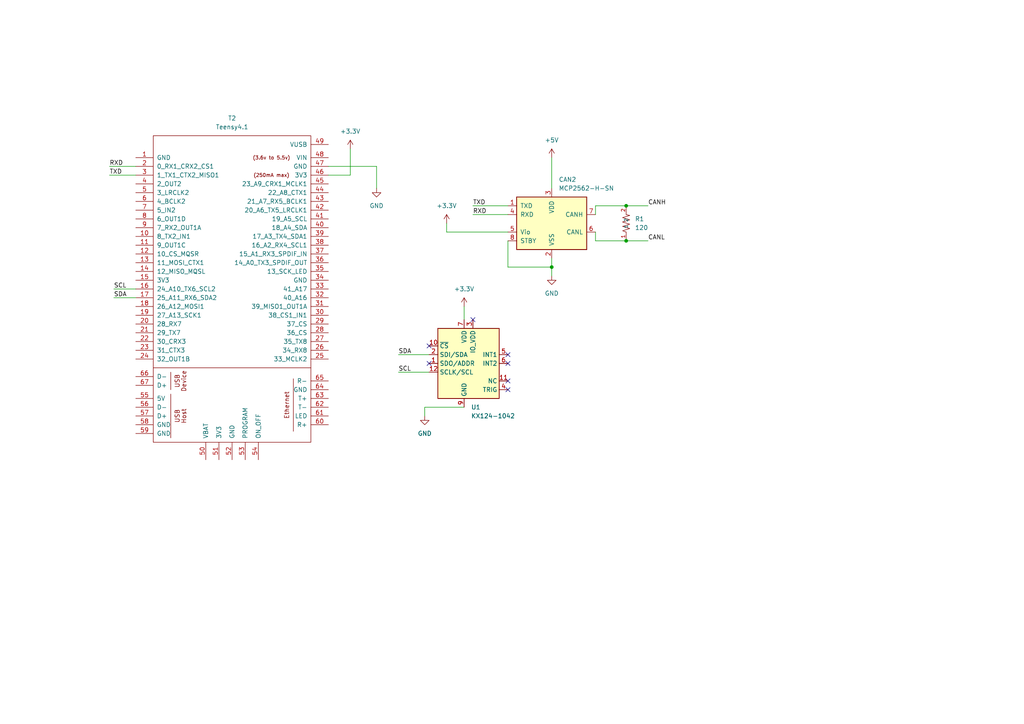
<source format=kicad_sch>
(kicad_sch (version 20211123) (generator eeschema)
  (paper "A4")
  (lib_symbols
    (symbol "Interface_CAN_LIN:MCP2562-H-SN" (pin_names (offset 1.016))
      (property "Reference" "U" (at -10.16 8.89 0))
      (property "Value" "MCP2562-H-SN" (at 2.54 8.89 0))
      (symbol "MCP2562-H-SN_0_1"
        (rectangle (start -10.16 7.62) (end 10.16 -7.62) (stroke (width 0.254)) (fill (type background)))
      )
      (symbol "MCP2562-H-SN_1_1"
        (pin input line (at -12.7 5.08 0) (length 2.54) (name "TXD") (number "1"))
        (pin power_in line (at 0 -10.16 90) (length 2.54) (name "VSS") (number "2"))
        (pin power_in line (at 0 10.16 270) (length 2.54) (name "VDD") (number "3"))
        (pin output line (at -12.7 2.54 0) (length 2.54) (name "RXD") (number "4"))
        (pin power_in line (at -12.7 -2.54 0) (length 2.54) (name "Vio") (number "5"))
        (pin bidirectional line (at 12.7 -2.54 180) (length 2.54) (name "CANL") (number "6"))
        (pin bidirectional line (at 12.7 2.54 180) (length 2.54) (name "CANH") (number "7"))
        (pin input line (at -12.7 -5.08 0) (length 2.54) (name "STBY") (number "8"))
      )
    )
    (symbol "Sensor_Motion:KX122-1042"
      (property "Reference" "U" (at -5.08 11.43 0))
      (property "Value" "KX122-1042" (at 3.81 11.43 0))
      (symbol "KX122-1042_0_1"
        (rectangle (start -7.62 10.16) (end 10.16 -10.16) (stroke (width 0.254)) (fill (type background)))
      )
      (symbol "KX122-1042_1_1"
        (pin bidirectional line (at -10.16 0 0) (length 2.54) (name "SDO/ADDR") (number "1"))
        (pin input line (at -10.16 5.08 0) (length 2.54) (name "~{CS}") (number "10"))
        (pin passive line (at 12.7 -5.08 180) (length 2.54) (name "NC") (number "11"))
        (pin input line (at -10.16 -2.54 0) (length 2.54) (name "SCLK/SCL") (number "12"))
        (pin bidirectional line (at -10.16 2.54 0) (length 2.54) (name "SDI/SDA") (number "2"))
        (pin power_in line (at 2.54 12.7 270) (length 2.54) (name "IO_VDD") (number "3"))
        (pin input line (at 12.7 -7.62 180) (length 2.54) (name "TRIG") (number "4"))
        (pin output line (at 12.7 2.54 180) (length 2.54) (name "INT1") (number "5"))
        (pin output line (at 12.7 0 180) (length 2.54) (name "INT2") (number "6"))
        (pin power_in line (at 0 12.7 270) (length 2.54) (name "VDD") (number "7"))
        (pin power_in line (at 0 -12.7 90) (length 2.54) (name "GND") (number "9"))
      )
    )
    (symbol "SparkFun:RESISTOR0805-RES" (pin_names (offset 1.016))
      (property "Reference" "R" (at -3.81 2.54 0))
      (property "Value" "RESISTOR0805-RES" (at -3.81 -3.302 0))
      (symbol "RESISTOR0805-RES_1_0"
        (polyline (pts (xy -2.54 0) (xy -2.159 1.016)))
        (polyline (pts (xy -2.159 1.016) (xy -1.524 -1.016)))
        (polyline (pts (xy -1.524 -1.016) (xy -0.889 1.016)))
        (polyline (pts (xy -0.889 1.016) (xy -0.254 -1.016)))
        (polyline (pts (xy -0.254 -1.016) (xy 0.381 1.016)))
        (polyline (pts (xy 0.381 1.016) (xy 1.016 -1.016)))
        (polyline (pts (xy 1.016 -1.016) (xy 1.651 1.016)))
        (polyline (pts (xy 1.651 1.016) (xy 2.286 -1.016)))
        (polyline (pts (xy 2.286 -1.016) (xy 2.54 0)))
      )
      (symbol "RESISTOR0805-RES_1_1"
        (pin passive line (at -5.08 0 0) (length 2.54) (name "1") (number "1"))
        (pin passive line (at 5.08 0 180) (length 2.54) (name "2") (number "2"))
      )
    )
    (symbol "power:+3.3V" (power) (pin_names (offset 0))
      (property "Value" "+3.3V" (at 0 3.556 0))
      (symbol "+3.3V_0_1"
        (polyline (pts (xy -0.762 1.27) (xy 0 2.54)))
        (polyline (pts (xy 0 0) (xy 0 2.54)))
        (polyline (pts (xy 0 2.54) (xy 0.762 1.27)))
      )
      (symbol "+3.3V_1_1"
        (pin power_in line (at 0 0 90) (length 0) hide (name "+3.3V") (number "1"))
      )
    )
    (symbol "power:+5V" (power) (pin_names (offset 0))
      (property "Value" "+5V" (at 0 3.556 0))
      (symbol "+5V_0_1"
        (polyline (pts (xy -0.762 1.27) (xy 0 2.54)))
        (polyline (pts (xy 0 0) (xy 0 2.54)))
        (polyline (pts (xy 0 2.54) (xy 0.762 1.27)))
      )
      (symbol "+5V_1_1"
        (pin power_in line (at 0 0 90) (length 0) hide (name "+5V") (number "1"))
      )
    )
    (symbol "power:GND" (power) (pin_names (offset 0))
      (property "Value" "GND" (at 0 -3.81 0))
      (symbol "GND_0_1"
        (polyline (pts (xy 0 0) (xy 0 -1.27) (xy 1.27 -1.27) (xy 0 -2.54) (xy -1.27 -1.27) (xy 0 -1.27)))
      )
      (symbol "GND_1_1"
        (pin power_in line (at 0 0 270) (length 0) hide (name "GND") (number "1"))
      )
    )
    (symbol "teensy:Teensy4.1" (pin_names (offset 1.016))
      (property "Reference" "U" (at 0 64.77 0))
      (property "Value" "Teensy4.1" (at 0 62.23 0))
      (symbol "Teensy4.1_0_0"
        (polyline (pts (xy -22.86 -6.35) (xy 22.86 -6.35)))
        (polyline (pts (xy -17.78 -26.67) (xy -17.78 -13.97)))
        (polyline (pts (xy -17.78 -7.62) (xy -17.78 -12.7)))
        (polyline (pts (xy 17.78 -9.525) (xy 17.78 -24.765)))
        (text "(250mA max)" (at 11.43 49.53 0) (effects (font (size 1.016 1.016))))
        (text "(3.6v to 5.5v)" (at 11.43 54.61 0) (effects (font (size 1.016 1.016))))
        (text "Device" (at -13.97 -10.16 900) (effects (font (size 1.27 1.27))))
        (text "Ethernet" (at 15.875 -17.145 900) (effects (font (size 1.27 1.27))))
        (text "Host" (at -13.97 -20.32 900) (effects (font (size 1.27 1.27))))
        (text "USB" (at -15.875 -20.32 900) (effects (font (size 1.27 1.27))))
        (text "USB" (at -15.875 -10.16 900) (effects (font (size 1.27 1.27))))
        (pin bidirectional line (at -27.94 31.75 0) (length 5.08) (name "8_TX2_IN1") (number "10"))
        (pin bidirectional line (at -27.94 29.21 0) (length 5.08) (name "9_OUT1C") (number "11"))
        (pin bidirectional line (at -27.94 26.67 0) (length 5.08) (name "10_CS_MQSR") (number "12"))
        (pin bidirectional line (at -27.94 24.13 0) (length 5.08) (name "11_MOSI_CTX1") (number "13"))
        (pin bidirectional line (at -27.94 21.59 0) (length 5.08) (name "12_MISO_MQSL") (number "14"))
        (pin power_in line (at -27.94 19.05 0) (length 5.08) (name "3V3") (number "15"))
        (pin bidirectional line (at -27.94 16.51 0) (length 5.08) (name "24_A10_TX6_SCL2") (number "16"))
        (pin bidirectional line (at -27.94 13.97 0) (length 5.08) (name "25_A11_RX6_SDA2") (number "17"))
        (pin bidirectional line (at -27.94 11.43 0) (length 5.08) (name "26_A12_MOSI1") (number "18"))
        (pin bidirectional line (at -27.94 8.89 0) (length 5.08) (name "27_A13_SCK1") (number "19"))
        (pin bidirectional line (at -27.94 6.35 0) (length 5.08) (name "28_RX7") (number "20"))
        (pin bidirectional line (at -27.94 3.81 0) (length 5.08) (name "29_TX7") (number "21"))
        (pin bidirectional line (at -27.94 1.27 0) (length 5.08) (name "30_CRX3") (number "22"))
        (pin bidirectional line (at -27.94 -1.27 0) (length 5.08) (name "31_CTX3") (number "23"))
        (pin bidirectional line (at -27.94 -3.81 0) (length 5.08) (name "32_OUT1B") (number "24"))
        (pin bidirectional line (at 27.94 -3.81 180) (length 5.08) (name "33_MCLK2") (number "25"))
        (pin bidirectional line (at 27.94 -1.27 180) (length 5.08) (name "34_RX8") (number "26"))
        (pin bidirectional line (at 27.94 1.27 180) (length 5.08) (name "35_TX8") (number "27"))
        (pin bidirectional line (at 27.94 3.81 180) (length 5.08) (name "36_CS") (number "28"))
        (pin bidirectional line (at 27.94 6.35 180) (length 5.08) (name "37_CS") (number "29"))
        (pin bidirectional line (at 27.94 8.89 180) (length 5.08) (name "38_CS1_IN1") (number "30"))
        (pin bidirectional line (at 27.94 11.43 180) (length 5.08) (name "39_MISO1_OUT1A") (number "31"))
        (pin bidirectional line (at 27.94 13.97 180) (length 5.08) (name "40_A16") (number "32"))
        (pin bidirectional line (at 27.94 16.51 180) (length 5.08) (name "41_A17") (number "33"))
        (pin bidirectional line (at 27.94 21.59 180) (length 5.08) (name "13_SCK_LED") (number "35"))
        (pin bidirectional line (at 27.94 24.13 180) (length 5.08) (name "14_A0_TX3_SPDIF_OUT") (number "36"))
        (pin bidirectional line (at 27.94 26.67 180) (length 5.08) (name "15_A1_RX3_SPDIF_IN") (number "37"))
        (pin bidirectional line (at 27.94 29.21 180) (length 5.08) (name "16_A2_RX4_SCL1") (number "38"))
        (pin bidirectional line (at 27.94 31.75 180) (length 5.08) (name "17_A3_TX4_SDA1") (number "39"))
        (pin bidirectional line (at 27.94 34.29 180) (length 5.08) (name "18_A4_SDA") (number "40"))
        (pin bidirectional line (at 27.94 36.83 180) (length 5.08) (name "19_A5_SCL") (number "41"))
        (pin bidirectional line (at 27.94 39.37 180) (length 5.08) (name "20_A6_TX5_LRCLK1") (number "42"))
        (pin bidirectional line (at 27.94 41.91 180) (length 5.08) (name "21_A7_RX5_BCLK1") (number "43"))
        (pin bidirectional line (at 27.94 44.45 180) (length 5.08) (name "22_A8_CTX1") (number "44"))
        (pin bidirectional line (at 27.94 46.99 180) (length 5.08) (name "23_A9_CRX1_MCLK1") (number "45"))
        (pin output line (at 27.94 49.53 180) (length 5.08) (name "3V3") (number "46"))
        (pin output line (at 27.94 52.07 180) (length 5.08) (name "GND") (number "47"))
        (pin power_in line (at 27.94 54.61 180) (length 5.08) (name "VIN") (number "48"))
        (pin power_out line (at 27.94 58.42 180) (length 5.08) (name "VUSB") (number "49"))
        (pin bidirectional line (at -27.94 44.45 0) (length 5.08) (name "3_LRCLK2") (number "5"))
        (pin power_in line (at -7.62 -33.02 90) (length 5.08) (name "VBAT") (number "50"))
        (pin power_in line (at -3.81 -33.02 90) (length 5.08) (name "3V3") (number "51"))
        (pin input line (at 0 -33.02 90) (length 5.08) (name "GND") (number "52"))
        (pin input line (at 3.81 -33.02 90) (length 5.08) (name "PROGRAM") (number "53"))
        (pin input line (at 7.62 -33.02 90) (length 5.08) (name "ON_OFF") (number "54"))
        (pin power_out line (at -27.94 -15.24 0) (length 5.08) (name "5V") (number "55"))
        (pin bidirectional line (at -27.94 -17.78 0) (length 5.08) (name "D-") (number "56"))
        (pin bidirectional line (at -27.94 -20.32 0) (length 5.08) (name "D+") (number "57"))
        (pin power_in line (at -27.94 -22.86 0) (length 5.08) (name "GND") (number "58"))
        (pin power_in line (at -27.94 -25.4 0) (length 5.08) (name "GND") (number "59"))
        (pin bidirectional line (at -27.94 41.91 0) (length 5.08) (name "4_BCLK2") (number "6"))
        (pin bidirectional line (at 27.94 -22.86 180) (length 5.08) (name "R+") (number "60"))
        (pin bidirectional line (at 27.94 -20.32 180) (length 5.08) (name "LED") (number "61"))
        (pin bidirectional line (at 27.94 -17.78 180) (length 5.08) (name "T-") (number "62"))
        (pin bidirectional line (at 27.94 -15.24 180) (length 5.08) (name "T+") (number "63"))
        (pin power_in line (at 27.94 -12.7 180) (length 5.08) (name "GND") (number "64"))
        (pin bidirectional line (at 27.94 -10.16 180) (length 5.08) (name "R-") (number "65"))
        (pin bidirectional line (at -27.94 -8.89 0) (length 5.08) (name "D-") (number "66"))
        (pin bidirectional line (at -27.94 -11.43 0) (length 5.08) (name "D+") (number "67"))
        (pin bidirectional line (at -27.94 39.37 0) (length 5.08) (name "5_IN2") (number "7"))
        (pin bidirectional line (at -27.94 36.83 0) (length 5.08) (name "6_OUT1D") (number "8"))
        (pin bidirectional line (at -27.94 34.29 0) (length 5.08) (name "7_RX2_OUT1A") (number "9"))
      )
      (symbol "Teensy4.1_0_1"
        (rectangle (start -22.86 60.96) (end 22.86 -27.94))
        (rectangle (start -20.32 -1.27) (end -20.32 -1.27))
      )
      (symbol "Teensy4.1_1_1"
        (pin power_in line (at -27.94 54.61 0) (length 5.08) (name "GND") (number "1"))
        (pin bidirectional line (at -27.94 52.07 0) (length 5.08) (name "0_RX1_CRX2_CS1") (number "2"))
        (pin bidirectional line (at -27.94 49.53 0) (length 5.08) (name "1_TX1_CTX2_MISO1") (number "3"))
        (pin power_in line (at 27.94 19.05 180) (length 5.08) (name "GND") (number "34"))
        (pin bidirectional line (at -27.94 46.99 0) (length 5.08) (name "2_OUT2") (number "4"))
      )
    )
  )
  (junction (at 181.61 59.69))
  (junction (at 160.02 77.47))
  (junction (at 181.61 69.85))
  (no_connect (at 147.32 113.03))
  (no_connect (at 124.46 105.41))
  (no_connect (at 147.32 102.87))
  (no_connect (at 124.46 100.33))
  (no_connect (at 137.16 92.71))
  (no_connect (at 147.32 110.49))
  (no_connect (at 147.32 105.41))
  (wire (pts (xy 134.62 118.11) (xy 123.19 118.11)))
  (wire (pts (xy 172.72 59.69) (xy 172.72 62.23)))
  (wire (pts (xy 137.16 59.69) (xy 147.32 59.69)))
  (wire (pts (xy 147.32 67.31) (xy 129.54 67.31)))
  (wire (pts (xy 31.75 48.26) (xy 39.37 48.26)))
  (wire (pts (xy 95.25 50.8) (xy 101.6 50.8)))
  (wire (pts (xy 123.19 118.11) (xy 123.19 120.65)))
  (wire (pts (xy 181.61 69.85) (xy 187.96 69.85)))
  (wire (pts (xy 95.25 48.26) (xy 109.22 48.26)))
  (wire (pts (xy 147.32 77.47) (xy 160.02 77.47)))
  (wire (pts (xy 172.72 69.85) (xy 172.72 67.31)))
  (wire (pts (xy 115.57 102.87) (xy 124.46 102.87)))
  (wire (pts (xy 31.75 50.8) (xy 39.37 50.8)))
  (wire (pts (xy 160.02 77.47) (xy 160.02 74.93)))
  (wire (pts (xy 172.72 69.85) (xy 181.61 69.85)))
  (wire (pts (xy 160.02 77.47) (xy 160.02 80.01)))
  (wire (pts (xy 109.22 48.26) (xy 109.22 54.61)))
  (wire (pts (xy 33.02 86.36) (xy 39.37 86.36)))
  (wire (pts (xy 181.61 59.69) (xy 187.96 59.69)))
  (wire (pts (xy 134.62 88.9) (xy 134.62 92.71)))
  (wire (pts (xy 101.6 43.18) (xy 101.6 50.8)))
  (wire (pts (xy 115.57 107.95) (xy 124.46 107.95)))
  (wire (pts (xy 147.32 69.85) (xy 147.32 77.47)))
  (wire (pts (xy 129.54 64.77) (xy 129.54 67.31)))
  (wire (pts (xy 33.02 83.82) (xy 39.37 83.82)))
  (wire (pts (xy 160.02 45.72) (xy 160.02 54.61)))
  (wire (pts (xy 172.72 59.69) (xy 181.61 59.69)))
  (wire (pts (xy 137.16 62.23) (xy 147.32 62.23)))
  (label "CANH" (at 187.96 59.69 0))
  (label "TXD" (at 137.16 59.69 0))
  (label "CANL" (at 187.96 69.85 0))
  (label "SCL" (at 33.02 83.82 0))
  (label "SCL" (at 115.57 107.95 0))
  (label "TXD" (at 31.75 50.8 0))
  (label "SDA" (at 33.02 86.36 0))
  (label "RXD" (at 137.16 62.23 0))
  (label "SDA" (at 115.57 102.87 0))
  (label "RXD" (at 31.75 48.26 0))
  (symbol (lib_id "teensy:Teensy4.1") (at 67.31 100.33 0) (unit 1)
    (property "Reference" "T2" (at 67.31 34.29 0))
    (property "Value" "Teensy4.1" (at 67.31 36.83 0))
  )
  (symbol (lib_id "power:+5V") (at 160.02 45.72 0) (unit 1)
    (property "Reference" "#PWR?" (effects hide))
    (property "Value" "+5V" (at 160.02 40.64 0))
  )
  (symbol (lib_id "Sensor_Motion:KX122-1042") (at 134.62 105.41 0) (unit 1)
    (property "Reference" "U1" (at 136.6394 118.11 0) (effects (justify left)))
    (property "Value" "KX124-1042" (at 136.6394 120.65 0) (effects (justify left)))
    (property "Footprint" "Package_LGA:LGA-12_2x2mm_P0.5mm" (effects hide))
    (property "Datasheet" "http://kionixfs.kionix.com/en/datasheet/KX112-1042-Specifications-Rev-6.0.pdf" (effects hide))
  )
  (symbol (lib_id "power:+3.3V") (at 101.6 43.18 0) (unit 1)
    (property "Reference" "#PWR?" (effects hide))
    (property "Value" "+3.3V" (at 101.6 38.1 0))
  )
  (symbol (lib_id "power:GND") (at 160.02 80.01 0) (unit 1)
    (property "Reference" "#PWR?" (effects hide))
    (property "Value" "GND" (at 160.02 85.09 0))
  )
  (symbol (lib_id "power:+3.3V") (at 129.54 64.77 0) (unit 1)
    (property "Reference" "#PWR?" (effects hide))
    (property "Value" "+3.3V" (at 129.54 59.69 0))
  )
  (symbol (lib_id "power:GND") (at 123.19 120.65 0) (unit 1)
    (property "Reference" "#PWR?" (effects hide))
    (property "Value" "GND" (at 123.19 125.73 0))
  )
  (symbol (lib_id "power:+3.3V") (at 134.62 88.9 0) (unit 1)
    (property "Reference" "#PWR?" (effects hide))
    (property "Value" "+3.3V" (at 134.62 83.82 0))
  )
  (symbol (lib_id "power:GND") (at 109.22 54.61 0) (unit 1)
    (property "Reference" "#PWR?" (effects hide))
    (property "Value" "GND" (at 109.22 59.69 0))
  )
  (symbol (lib_id "SparkFun:RESISTOR0805-RES") (at 181.61 64.77 90) (unit 1)
    (property "Reference" "R1" (at 184.15 63.4999 90) (effects (justify right)))
    (property "Value" "120" (at 184.15 66.0399 90) (effects (justify right)))
    (property "Footprint" "SparkFun-0805" (effects hide))
  )
  (symbol (lib_id "Interface_CAN_LIN:MCP2562-H-SN") (at 160.02 64.77 0) (unit 1)
    (property "Reference" "CAN2" (at 162.0394 52.07 0) (effects (justify left)))
    (property "Value" "MCP2562-H-SN" (at 162.0394 54.61 0) (effects (justify left)))
    (property "Footprint" "Package_SO:SOIC-8_3.9x4.9mm_P1.27mm" (effects hide))
    (property "Datasheet" "http://ww1.microchip.com/downloads/en/DeviceDoc/25167A.pdf" (effects hide))
  )
)
</source>
